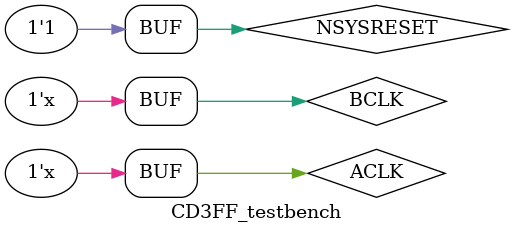
<source format=v>


`timescale 1ns/100ps

module CD3FF_testbench;

parameter ACLK_PERIOD = 20;     // 50 MHZ
parameter BCLK_PERIOD = 36.1;   // 27.7 MHz


reg ACLK, BCLK;
reg NSYSRESET;
wire Dout;

initial
begin
    ACLK = 1'b0;
    BCLK = 1'b0;
    NSYSRESET = 1'b1;
end

//////////////////////////////////////////////////////////////////////
// Reset Pulse
//////////////////////////////////////////////////////////////////////
initial
begin
   #ACLK_PERIOD;
      NSYSRESET = 1'b0;
   #(ACLK_PERIOD * 300 )
      NSYSRESET = 1'b1;
end


//////////////////////////////////////////////////////////////////////
// Clock Driver
//////////////////////////////////////////////////////////////////////
always @(ACLK)
    #(ACLK_PERIOD / 2.0) ACLK <= !ACLK;
always @(BCLK)
    #(BCLK_PERIOD / 2.0) BCLK <= !BCLK;

//////////////////////////////////////////////////////////////////////
// Instantiate Unit Under Test:  SlowFast
//////////////////////////////////////////////////////////////////////
CD3FF  CD3FF_0 (
    // Inputs
    .Aclk(ACLK),
    .Bclk(BCLK),
    .reset(NSYSRESET),

    // Outputs
    .Dout(Dout)
);

endmodule


</source>
